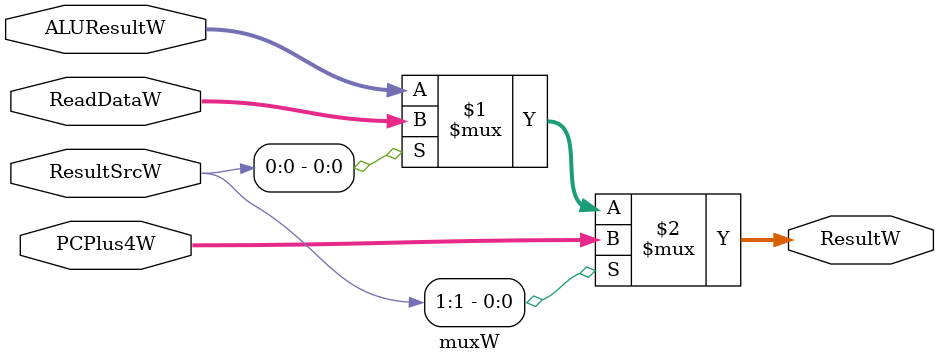
<source format=v>
module muxW(
    ALUResultW,
    ReadDataW,
    PCPlus4W,
    ResultSrcW,//
    ResultW
);

input [1:0] ALUResultW;
input [1:0] ReadDataW;
input [1:0] PCPlus4W;
input [1:0] ResultSrcW;

output [1:0] ResultW;

////////

assign ResultW = ResultSrcW[1] ? PCPlus4W : (ResultSrcW[0] ? ReadDataW : ALUResultW);

// same old 3-1 MUX function.

endmodule
</source>
